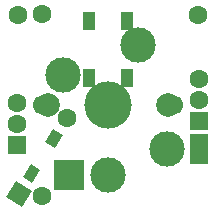
<source format=gts>
G04 #@! TF.GenerationSoftware,KiCad,Pcbnew,(5.1.5)-3*
G04 #@! TF.CreationDate,2020-05-06T14:38:42+02:00*
G04 #@! TF.ProjectId,Cherry-Mx-Bitboard-Re-19.05mm,43686572-7279-42d4-9d78-2d426974626f,1*
G04 #@! TF.SameCoordinates,Original*
G04 #@! TF.FileFunction,Soldermask,Top*
G04 #@! TF.FilePolarity,Negative*
%FSLAX46Y46*%
G04 Gerber Fmt 4.6, Leading zero omitted, Abs format (unit mm)*
G04 Created by KiCad (PCBNEW (5.1.5)-3) date 2020-05-06 14:38:42*
%MOMM*%
%LPD*%
G04 APERTURE LIST*
%ADD10C,2.000000*%
%ADD11C,3.000000*%
%ADD12C,4.000000*%
%ADD13C,1.701800*%
%ADD14R,2.600000X2.600000*%
%ADD15C,3.429000*%
%ADD16R,1.600000X2.600000*%
%ADD17C,1.600000*%
%ADD18C,0.100000*%
%ADD19R,1.000000X1.500000*%
%ADD20R,1.600000X1.600000*%
G04 APERTURE END LIST*
D10*
X87565000Y-53815000D03*
D11*
X88835000Y-51275000D03*
D12*
X92645000Y-53815000D03*
D11*
X95185000Y-48735000D03*
D10*
X97725000Y-53815000D03*
D13*
X98145000Y-53815000D03*
X87145000Y-53815000D03*
D14*
X89370000Y-59765000D03*
D11*
X97645000Y-57565000D03*
D15*
X92645000Y-53815000D03*
D11*
X92645000Y-59765000D03*
D16*
X100395000Y-57565000D03*
D17*
X89189223Y-54938357D03*
D18*
G36*
X85339873Y-62469553D02*
G01*
X83990447Y-61609873D01*
X84850127Y-60260447D01*
X86199553Y-61120127D01*
X85339873Y-62469553D01*
G37*
D19*
X91033600Y-46659800D03*
X94233600Y-46659800D03*
X91033600Y-51559800D03*
X94233600Y-51559800D03*
D17*
X87045000Y-61515000D03*
D18*
G36*
X88128280Y-57435882D02*
G01*
X87327058Y-56925447D01*
X88025548Y-55829038D01*
X88826770Y-56339473D01*
X88128280Y-57435882D01*
G37*
G36*
X86220866Y-60429922D02*
G01*
X85419644Y-59919487D01*
X86118134Y-58823078D01*
X86919356Y-59333513D01*
X86220866Y-60429922D01*
G37*
D17*
X84963000Y-53615000D03*
D20*
X100345000Y-55165000D03*
D17*
X87045000Y-46115000D03*
X84963000Y-55415000D03*
X100345000Y-51565000D03*
D20*
X84963000Y-57215000D03*
D17*
X100345000Y-53365000D03*
X100245000Y-46215000D03*
X85045000Y-46215000D03*
M02*

</source>
